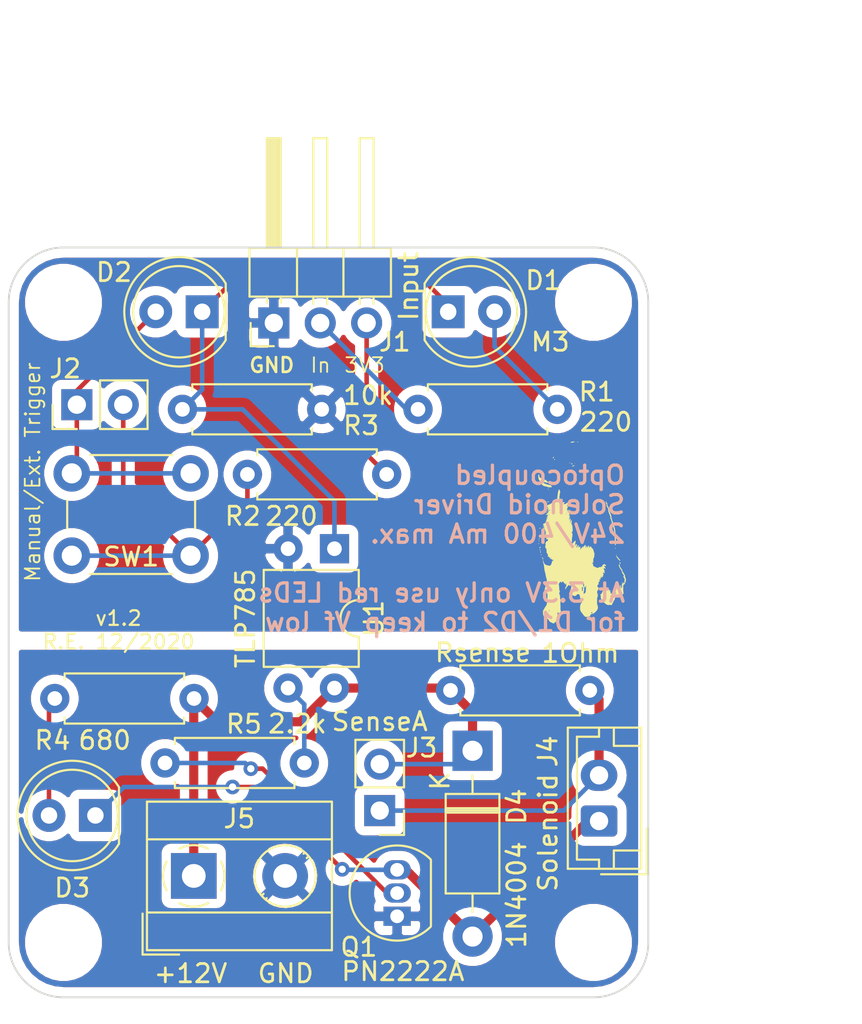
<source format=kicad_pcb>
(kicad_pcb (version 20171130) (host pcbnew "(5.1.8)-1")
  (title_block (rev 1))
  (layers (0 Front signal) (31 Back signal) (34 B.Paste user) (35 F.Paste user) (36 B.SilkS user) (37 F.SilkS user) (38 B.Mask user) (39 F.Mask user) (44 Edge.Cuts user))
  (net 0 "")
  (net 1 "Net-(D1-Pad2)")
  (net 2 "Net-(D2-Pad2)")
  (net 3 TeensyGND)
  (net 4 InputA)
  (net 5 3.3V)
  (net 6 12V)
  (net 7 GNDPWR)
  (net 8 "Net-(D3-Pad2)")
  (net 9 "Net-(J2-Pad2)")
  (net 10 "Net-(Q1-Pad2)")
  (net 11 "Net-(D1-Pad1)")
  (net 12 "Net-(D3-Pad1)")
  (net 13 "Net-(J3-Pad1)")
  (net 14 "Net-(R5-Pad2)")
  (module gfx:mila_ss_new (layer Front) (at 145.2 84.55)
    (fp_text reference G*** hide)
    (fp_text value LOGO hide)
  )
  (module gfx:mila_sm_new (layer Front) (at 145.2 84.55)
    (fp_text reference G*** hide)
    (fp_text value LOGO hide)
  )
  (module MountingHole:MountingHole_3.2mm_M3 (layer Front) (at 146 107)
    (fp_text reference M3 hide)
    (fp_text value "")
    (pad 1 np_thru_hole circle (at 0 0) (size 3.2 3.2) (drill 3.2) (layers *.Cu *.Mask))
  )
  (module MountingHole:MountingHole_3.2mm_M3 (layer Front) (at 117 107)
    (fp_text reference M3 hide)
    (fp_text value "")
    (pad 1 np_thru_hole circle (at 0 0) (size 3.2 3.2) (drill 3.2) (layers *.Cu *.Mask))
  )
  (module Package_DIP:DIP-4_W7.62mm (layer Front) (at 131.826 85.471 270)
    (fp_text reference U1 (at 3.81 -2.159 90) (layer F.SilkS))
    (fp_text value TLP785 (at 3.81 4.87 90) (layer F.SilkS))
    (pad 4 thru_hole oval (at 7.62 0 270) (size 1.6 1.6) (drill 0.8) (layers *.Cu *.Mask) (net 6 12V))
    (pad 2 thru_hole oval (at 0 2.54 270) (size 1.6 1.6) (drill 0.8) (layers *.Cu *.Mask) (net 3 TeensyGND))
    (pad 3 thru_hole oval (at 7.62 2.54 270) (size 1.6 1.6) (drill 0.8) (layers *.Cu *.Mask) (net 14 "Net-(R5-Pad2)"))
    (pad 1 thru_hole rect (at 0 0 270) (size 1.6 1.6) (drill 0.8) (layers *.Cu *.Mask) (net 11 "Net-(D1-Pad1)"))
  )
  (module Button_Switch_THT:SW_PUSH_6mm (layer Front) (at 123.952 85.852 180)
    (fp_text reference SW1 (at 3.25 -0.0635) (layer F.SilkS))
    (fp_text value SW_Push)
    (pad 1 thru_hole circle (at 6.5 0 270) (size 2 2) (drill 1.1) (layers *.Cu *.Mask) (net 9 "Net-(J2-Pad2)"))
    (pad 2 thru_hole circle (at 6.5 4.5 270) (size 2 2) (drill 1.1) (layers *.Cu *.Mask) (net 2 "Net-(D2-Pad2)"))
    (pad 1 thru_hole circle (at 0 0 270) (size 2 2) (drill 1.1) (layers *.Cu *.Mask) (net 9 "Net-(J2-Pad2)"))
    (pad 2 thru_hole circle (at 0 4.5 270) (size 2 2) (drill 1.1) (layers *.Cu *.Mask) (net 2 "Net-(D2-Pad2)"))
  )
  (module Resistor_THT:R_Axial_DIN0207_L6.3mm_D2.5mm_P7.62mm_Horizontal (layer Front) (at 138.176 93.218)
    (fp_text reference Rsense (at 1.778 -2.064) (layer F.SilkS))
    (fp_text value 1Ohm (at 7.112 -2.032) (layer F.SilkS))
    (pad 2 thru_hole oval (at 7.62 0) (size 1.6 1.6) (drill 0.8) (layers *.Cu *.Mask) (net 13 "Net-(J3-Pad1)"))
    (pad 1 thru_hole circle (at 0 0) (size 1.6 1.6) (drill 0.8) (layers *.Cu *.Mask) (net 6 12V))
  )
  (module Resistor_THT:R_Axial_DIN0207_L6.3mm_D2.5mm_P7.62mm_Horizontal (layer Front) (at 116.5225 93.6625)
    (fp_text reference R4 (at -0.127 2.286) (layer F.SilkS))
    (fp_text value 680 (at 2.7305 2.286) (layer F.SilkS))
    (pad 2 thru_hole oval (at 7.62 0) (size 1.6 1.6) (drill 0.8) (layers *.Cu *.Mask) (net 6 12V))
    (pad 1 thru_hole circle (at 0 0) (size 1.6 1.6) (drill 0.8) (layers *.Cu *.Mask) (net 8 "Net-(D3-Pad2)"))
  )
  (module Resistor_THT:R_Axial_DIN0207_L6.3mm_D2.5mm_P7.62mm_Horizontal (layer Front) (at 131.1275 77.851 180)
    (fp_text reference R3 (at -2.159 -0.889) (layer F.SilkS))
    (fp_text value 10k (at -2.54 0.762) (layer F.SilkS))
    (pad 2 thru_hole oval (at 7.62 0 180) (size 1.6 1.6) (drill 0.8) (layers *.Cu *.Mask) (net 11 "Net-(D1-Pad1)"))
    (pad 1 thru_hole circle (at 0 0 180) (size 1.6 1.6) (drill 0.8) (layers *.Cu *.Mask) (net 3 TeensyGND))
  )
  (module Resistor_THT:R_Axial_DIN0207_L6.3mm_D2.5mm_P7.62mm_Horizontal (layer Front) (at 127.0635 81.407)
    (fp_text reference R2 (at -0.254 2.286) (layer F.SilkS))
    (fp_text value 220 (at 2.413 2.286) (layer F.SilkS))
    (pad 2 thru_hole oval (at 7.62 0) (size 1.6 1.6) (drill 0.8) (layers *.Cu *.Mask) (net 5 3.3V))
    (pad 1 thru_hole circle (at 0 0) (size 1.6 1.6) (drill 0.8) (layers *.Cu *.Mask) (net 9 "Net-(J2-Pad2)"))
  )
  (module Resistor_THT:R_Axial_DIN0207_L6.3mm_D2.5mm_P7.62mm_Horizontal (layer Front) (at 144.018 77.851 180)
    (fp_text reference R1 (at -2.159 0.9525) (layer F.SilkS))
    (fp_text value 220 (at -2.667 -0.6985) (layer F.SilkS))
    (pad 2 thru_hole oval (at 7.62 0 180) (size 1.6 1.6) (drill 0.8) (layers *.Cu *.Mask) (net 4 InputA))
    (pad 1 thru_hole circle (at 0 0 180) (size 1.6 1.6) (drill 0.8) (layers *.Cu *.Mask) (net 1 "Net-(D1-Pad2)"))
  )
  (module Resistor_THT:R_Axial_DIN0207_L6.3mm_D2.5mm_P7.62mm_Horizontal (layer Front) (at 122.555 97.187)
    (fp_text reference R5 (at 4.318 -2.1275) (layer F.SilkS))
    (fp_text value 2.2k (at 7.239 -2.139) (layer F.SilkS))
    (pad 2 thru_hole oval (at 7.62 0) (size 1.6 1.6) (drill 0.8) (layers *.Cu *.Mask) (net 14 "Net-(R5-Pad2)"))
    (pad 1 thru_hole circle (at 0 0) (size 1.6 1.6) (drill 0.8) (layers *.Cu *.Mask) (net 10 "Net-(Q1-Pad2)"))
  )
  (module Package_TO_SOT_THT:TO-92_Inline (layer Front) (at 135.255 105.569 90)
    (fp_text reference Q1 (at -1.6825 -2.0955 180) (layer F.SilkS))
    (fp_text value PN2222A (at -3.016 0.3175 180) (layer F.SilkS))
    (pad 1 thru_hole rect (at 0 0 90) (size 1.05 1.5) (drill 0.75) (layers *.Cu *.Mask) (net 7 GNDPWR))
    (pad 3 thru_hole oval (at 2.54 0 90) (size 1.05 1.5) (drill 0.75) (layers *.Cu *.Mask) (net 12 "Net-(D3-Pad1)"))
    (pad 2 thru_hole oval (at 1.27 0 90) (size 1.05 1.5) (drill 0.75) (layers *.Cu *.Mask) (net 10 "Net-(Q1-Pad2)"))
  )
  (module Connector_PinHeader_2.54mm:PinHeader_1x02_P2.54mm_Vertical (layer Front) (at 134.3025 99.7905 180)
    (fp_text reference J3 (at -2.286 3.429) (layer F.SilkS))
    (fp_text value SenseA (at 0 4.87) (layer F.SilkS))
    (pad 2 thru_hole oval (at 0 2.54 180) (size 1.7 1.7) (drill 1) (layers *.Cu *.Mask) (net 6 12V))
    (pad 1 thru_hole rect (at 0 0 180) (size 1.7 1.7) (drill 1) (layers *.Cu *.Mask) (net 13 "Net-(J3-Pad1)"))
  )
  (module Connector_PinHeader_2.54mm:PinHeader_1x02_P2.54mm_Vertical (layer Front) (at 117.729 77.597 90)
    (fp_text reference J2 (at 1.9685 -0.635 180) (layer F.SilkS))
    (fp_text value "Manual/External Trigger" hide)
    (pad 2 thru_hole oval (at 0 2.54 90) (size 1.7 1.7) (drill 1) (layers *.Cu *.Mask) (net 9 "Net-(J2-Pad2)"))
    (pad 1 thru_hole rect (at 0 0 90) (size 1.7 1.7) (drill 1) (layers *.Cu *.Mask) (net 2 "Net-(D2-Pad2)"))
  )
  (module TerminalBlock_MetzConnect:TerminalBlock_MetzConnect_Type055_RT01502HDWU_1x02_P5.00mm_Horizontal (layer Front) (at 124.127 103.362)
    (fp_text reference J5 (at 2.492 -3.127) (layer F.SilkS))
    (fp_text value "12V Input")
    (pad 2 thru_hole circle (at 5 0) (size 2.5 2.5) (drill 1.3) (layers *.Cu *.Mask) (net 7 GNDPWR))
    (pad 1 thru_hole rect (at 0 0) (size 2.5 2.5) (drill 1.3) (layers *.Cu *.Mask) (net 6 12V))
  )
  (module Connector_JST:JST_EH_B2B-EH-A_1x02_P2.50mm_Vertical (layer Front) (at 146.304 100.362 90)
    (fp_text reference J4 (at 3.81 -2.8 90) (layer F.SilkS))
    (fp_text value Solenoid (at -0.635 -2.794 90) (layer F.SilkS))
    (pad 2 thru_hole oval (at 2.5 0 90) (size 1.7 2) (drill 1) (layers *.Cu *.Mask) (net 13 "Net-(J3-Pad1)"))
    (pad 1 thru_hole roundrect (at 0 0 90) (size 1.7 2) (drill 1) (layers *.Cu *.Mask) (roundrect_rratio 0.1470588235294118) (net 12 "Net-(D3-Pad1)"))
  )
  (module Connector_PinHeader_2.54mm:PinHeader_1x03_P2.54mm_Horizontal (layer Front) (at 128.508 73.127 90)
    (fp_text reference J1 (at -1.041 6.62 180) (layer F.SilkS))
    (fp_text value Input (at 2.007 7.382 90) (layer F.SilkS))
    (pad 3 thru_hole oval (at 0 5.08 90) (size 1.7 1.7) (drill 1) (layers *.Cu *.Mask) (net 5 3.3V))
    (pad 2 thru_hole oval (at 0 2.54 90) (size 1.7 1.7) (drill 1) (layers *.Cu *.Mask) (net 4 InputA))
    (pad 1 thru_hole rect (at 0 0 90) (size 1.7 1.7) (drill 1) (layers *.Cu *.Mask) (net 3 TeensyGND))
  )
  (module LED_THT:LED_D5.0mm (layer Front) (at 124.587 72.517 180)
    (fp_text reference D2 (at 4.826 2.159) (layer F.SilkS))
    (fp_text value LED)
    (pad 2 thru_hole circle (at 2.54 0 180) (size 1.8 1.8) (drill 0.9) (layers *.Cu *.Mask) (net 2 "Net-(D2-Pad2)"))
    (pad 1 thru_hole rect (at 0 0 180) (size 1.8 1.8) (drill 0.9) (layers *.Cu *.Mask) (net 11 "Net-(D1-Pad1)"))
  )
  (module LED_THT:LED_D5.0mm (layer Front) (at 138.049 72.517)
    (fp_text reference D1 (at 5.207 -1.7145) (layer F.SilkS))
    (fp_text value LED)
    (pad 2 thru_hole circle (at 2.54 0) (size 1.8 1.8) (drill 0.9) (layers *.Cu *.Mask) (net 1 "Net-(D1-Pad2)"))
    (pad 1 thru_hole rect (at 0 0) (size 1.8 1.8) (drill 0.9) (layers *.Cu *.Mask) (net 11 "Net-(D1-Pad1)"))
  )
  (module LED_THT:LED_D5.0mm (layer Front) (at 118.746 100.056 180)
    (fp_text reference D3 (at 1.27 -3.96) (layer F.SilkS))
    (fp_text value LED)
    (pad 2 thru_hole circle (at 2.54 0 180) (size 1.8 1.8) (drill 0.9) (layers *.Cu *.Mask) (net 8 "Net-(D3-Pad2)"))
    (pad 1 thru_hole rect (at 0 0 180) (size 1.8 1.8) (drill 0.9) (layers *.Cu *.Mask) (net 12 "Net-(D3-Pad1)"))
  )
  (module Diode_THT:D_DO-41_SOD81_P10.16mm_Horizontal (layer Front) (at 139.3825 96.52 270)
    (fp_text reference D4 (at 3.048 -2.413 90) (layer F.SilkS))
    (fp_text value 1N4004 (at 7.874 -2.413 90) (layer F.SilkS))
    (fp_text user K (at 1.651 1.778 90) (layer F.SilkS))
    (pad 2 thru_hole oval (at 10.16 0 270) (size 2.2 2.2) (drill 1.1) (layers *.Cu *.Mask) (net 12 "Net-(D3-Pad1)"))
    (pad 1 thru_hole rect (at 0 0 270) (size 2.2 2.2) (drill 1.1) (layers *.Cu *.Mask) (net 6 12V))
  )
  (module gfx:nnm_logo_small (layer Front) (at 138.303 85.471)
    (fp_text reference G*** hide)
    (fp_text value LOGO hide)
  )
  (module MountingHole:MountingHole_3.2mm_M3 (layer Front) (at 146 72)
    (fp_text reference M3 (at -2.363 2.168) (layer F.SilkS))
    (fp_text value "")
    (pad 1 np_thru_hole circle (at 0 0) (size 3.2 3.2) (drill 3.2) (layers *.Cu *.Mask))
  )
  (module MountingHole:MountingHole_3.2mm_M3 (layer Front) (at 117 72)
    (fp_text reference M3 hide)
    (fp_text value "")
    (pad 1 np_thru_hole circle (at 0 0) (size 3.2 3.2) (drill 3.2) (layers *.Cu *.Mask))
  )
  (gr_text "v1.2\nR.E. 12/2020" (at 120.015 89.916) (layer F.SilkS) (effects (font (size 0.8 0.8) (thickness 0.12))))
  (gr_text "Optocoupled\nSolenoid Driver\n24V/400 mA max.\n\nAt 3.3V only use red LEDs\nfor D1/D2 to keep Vf low" (at 147.828 85.471) (layer B.SilkS) (effects (font (size 1 1) (thickness 0.18)) (justify left mirror)))
  (gr_text "Manual/Ext. Trigger" (at 115.316 81.28 90) (layer F.SilkS) (effects (font (size 0.8 0.8) (thickness 0.1))))
  (gr_text 3V3 (at 133.477 75.438) (layer F.SilkS) (effects (font (size 0.8 0.8) (thickness 0.1))))
  (gr_text In (at 131.064 75.438) (layer F.SilkS) (effects (font (size 0.8 0.8) (thickness 0.1))))
  (gr_text GND (at 128.397 75.438) (layer F.SilkS) (effects (font (size 0.8 0.8))))
  (gr_text GND (at 129.159 108.696) (layer F.SilkS) (effects (font (size 1 1))))
  (gr_text +12V (at 123.952 108.696) (layer F.SilkS) (effects (font (size 1 1))))
  (gr_line (start 114 107) (end 114 72) (layer Edge.Cuts) (width 0.1))
  (gr_line (start 146 110) (end 117 110) (layer Edge.Cuts) (width 0.1))
  (gr_line (start 149 72) (end 149 107) (layer Edge.Cuts) (width 0.1))
  (gr_line (start 117 69) (end 146 69) (layer Edge.Cuts) (width 0.1))
  (gr_arc (start 146 107) (end 146 110) (angle -90) (layer Edge.Cuts) (width 0.1))
  (gr_arc (start 117 107) (end 114 107) (angle -90) (layer Edge.Cuts) (width 0.1))
  (gr_arc (start 146 72) (end 149 72) (angle -90) (layer Edge.Cuts) (width 0.1))
  (gr_arc (start 117 72) (end 117 69) (angle -90) (layer Edge.Cuts) (width 0.1))
  (segment (start 140.589 74.422) (end 144.018 77.851) (width 0.25) (layer Back) (net 1))
  (segment (start 140.589 72.517) (end 140.589 74.422) (width 0.25) (layer Back) (net 1))
  (segment (start 117.729 76.835) (end 117.729 77.597) (width 0.25) (layer Front) (net 2))
  (segment (start 122.047 72.517) (end 117.729 76.835) (width 0.25) (layer Front) (net 2))
  (segment (start 117.729 81.075) (end 117.452 81.352) (width 0.25) (layer Front) (net 2))
  (segment (start 117.729 77.597) (end 117.729 81.075) (width 0.25) (layer Front) (net 2))
  (segment (start 117.452 81.352) (end 123.952 81.352) (width 0.25) (layer Back) (net 2))
  (segment (start 135.772 77.851) (end 136.398 77.851) (width 0.25) (layer Back) (net 4))
  (segment (start 131.048 73.127) (end 135.772 77.851) (width 0.25) (layer Back) (net 4))
  (segment (start 133.588 80.3115) (end 134.6835 81.407) (width 0.25) (layer Front) (net 5))
  (segment (start 133.588 73.127) (end 133.588 80.3115) (width 0.25) (layer Front) (net 5))
  (segment (start 124.127 93.678) (end 124.1425 93.6625) (width 0.5) (layer Front) (net 6))
  (segment (start 124.127 103.362) (end 124.127 93.678) (width 0.5) (layer Front) (net 6))
  (segment (start 138.049 93.091) (end 138.176 93.218) (width 0.5) (layer Front) (net 6))
  (segment (start 131.826 93.091) (end 138.049 93.091) (width 0.5) (layer Front) (net 6))
  (segment (start 139.3825 94.4245) (end 138.176 93.218) (width 0.5) (layer Front) (net 6))
  (segment (start 139.3825 96.52) (end 139.3825 94.4245) (width 0.5) (layer Front) (net 6))
  (segment (start 129.9845 94.9325) (end 131.826 93.091) (width 0.5) (layer Front) (net 6))
  (segment (start 125.4125 94.9325) (end 129.9845 94.9325) (width 0.5) (layer Front) (net 6))
  (segment (start 124.1425 93.6625) (end 125.4125 94.9325) (width 0.5) (layer Front) (net 6))
  (segment (start 138.652 97.2505) (end 139.3825 96.52) (width 0.25) (layer Back) (net 6))
  (segment (start 134.3025 97.2505) (end 138.652 97.2505) (width 0.25) (layer Back) (net 6))
  (segment (start 116.206 93.979) (end 116.5225 93.6625) (width 0.25) (layer Front) (net 8))
  (segment (start 116.206 100.056) (end 116.206 93.979) (width 0.25) (layer Front) (net 8))
  (segment (start 117.452 85.852) (end 123.952 85.852) (width 0.25) (layer Back) (net 9))
  (segment (start 127.0635 82.7405) (end 127.0635 81.407) (width 0.25) (layer Front) (net 9))
  (segment (start 123.952 85.852) (end 127.0635 82.7405) (width 0.25) (layer Front) (net 9))
  (segment (start 120.269 82.169) (end 123.952 85.852) (width 0.25) (layer Front) (net 9))
  (segment (start 120.269 77.597) (end 120.269 82.169) (width 0.25) (layer Front) (net 9))
  (segment (start 126.937 97.187) (end 127.25 97.5) (width 0.25) (layer Back) (net 10))
  (via (at 127.25 97.5) (size 0.8) (drill 0.4) (layers Front Back) (net 10))
  (segment (start 122.555 97.187) (end 126.937 97.187) (width 0.25) (layer Back) (net 10))
  (segment (start 127.897002 97.5) (end 127.815685 97.5) (width 0.25) (layer Front) (net 10))
  (segment (start 135.255 104.299) (end 134.696002 104.299) (width 0.25) (layer Front) (net 10))
  (segment (start 134.696002 104.299) (end 127.897002 97.5) (width 0.25) (layer Front) (net 10))
  (segment (start 127.815685 97.5) (end 127.25 97.5) (width 0.25) (layer Front) (net 10))
  (segment (start 126.492 70.612) (end 124.587 72.517) (width 0.25) (layer Front) (net 11))
  (segment (start 136.525 70.612) (end 126.492 70.612) (width 0.25) (layer Front) (net 11))
  (segment (start 124.587 76.7715) (end 123.5075 77.851) (width 0.25) (layer Back) (net 11))
  (segment (start 124.587 72.517) (end 124.587 76.7715) (width 0.25) (layer Back) (net 11))
  (segment (start 126.8095 77.851) (end 123.5075 77.851) (width 0.25) (layer Back) (net 11))
  (segment (start 131.826 82.8675) (end 126.8095 77.851) (width 0.25) (layer Back) (net 11))
  (segment (start 131.826 85.471) (end 131.826 82.8675) (width 0.25) (layer Back) (net 11))
  (segment (start 138.049 72.136) (end 136.525 70.612) (width 0.25) (layer Front) (net 11))
  (segment (start 138.049 72.517) (end 138.049 72.136) (width 0.25) (layer Front) (net 11))
  (segment (start 145.7005 100.362) (end 146.304 100.362) (width 0.5) (layer Front) (net 12))
  (segment (start 139.3825 106.68) (end 145.7005 100.362) (width 0.5) (layer Front) (net 12))
  (segment (start 135.7315 103.029) (end 139.3825 106.68) (width 0.5) (layer Front) (net 12))
  (segment (start 135.255 103.029) (end 135.7315 103.029) (width 0.5) (layer Front) (net 12))
  (via (at 132.25 103) (size 0.8) (drill 0.4) (layers Front Back) (net 12))
  (segment (start 135.255 103.029) (end 132.279 103.029) (width 0.25) (layer Back) (net 12))
  (segment (start 132.279 103.029) (end 132.25 103) (width 0.25) (layer Back) (net 12))
  (segment (start 132.25 103) (end 127.75 98.5) (width 0.25) (layer Front) (net 12))
  (via (at 126.25 98.5) (size 0.8) (drill 0.4) (layers Front Back) (net 12))
  (segment (start 127.75 98.5) (end 126.25 98.5) (width 0.25) (layer Front) (net 12))
  (segment (start 120.302 98.5) (end 118.746 100.056) (width 0.25) (layer Back) (net 12))
  (segment (start 126.25 98.5) (end 120.302 98.5) (width 0.25) (layer Back) (net 12))
  (segment (start 146.304 93.726) (end 145.796 93.218) (width 0.5) (layer Front) (net 13))
  (segment (start 146.304 97.862) (end 146.304 93.726) (width 0.5) (layer Front) (net 13))
  (segment (start 144.3755 99.7905) (end 146.304 97.862) (width 0.25) (layer Back) (net 13))
  (segment (start 134.3025 99.7905) (end 144.3755 99.7905) (width 0.25) (layer Back) (net 13))
  (segment (start 130.175 93.98) (end 129.286 93.091) (width 0.25) (layer Back) (net 14))
  (segment (start 130.175 97.187) (end 130.175 93.98) (width 0.25) (layer Back) (net 14))
  (zone (net 3) (net_name TeensyGND) (layer Front) (connect_pads (clearance 0.508)) (min_thickness 0.254) (fill yes (arc_segments 32) (thermal_gap 0.508) (thermal_bridge_width 0.508))
    (polygon (pts (xy 149 90) (xy 114 90) (xy 114 69) (xy 149 69)))
  )
  (zone (net 3) (net_name TeensyGND) (layer Back) (connect_pads (clearance 0.508)) (min_thickness 0.254) (fill yes (arc_segments 32) (thermal_gap 0.508) (thermal_bridge_width 0.508))
    (polygon (pts (xy 149 90) (xy 114 90) (xy 114 69) (xy 149 69)))
  )
  (zone (net 7) (net_name GNDPWR) (layer Front) (connect_pads (clearance 0.508)) (min_thickness 0.254) (fill yes (arc_segments 32) (thermal_gap 0.508) (thermal_bridge_width 0.508))
    (polygon (pts (xy 149 110) (xy 114 110) (xy 114 91) (xy 149 91)))
  )
  (zone (net 7) (net_name GNDPWR) (layer Back) (connect_pads (clearance 0.508)) (min_thickness 0.254) (fill yes (arc_segments 32) (thermal_gap 0.508) (thermal_bridge_width 0.508))
    (polygon (pts (xy 149 110) (xy 114 110) (xy 114 91) (xy 149 91)))
  )
)
</source>
